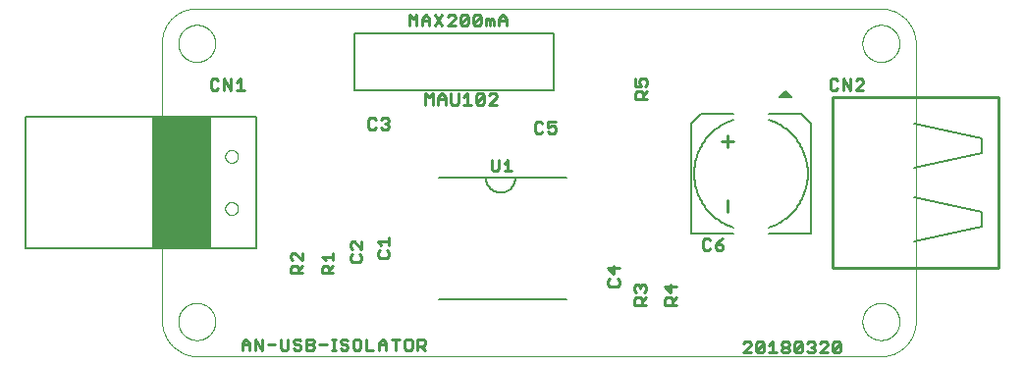
<source format=gto>
G75*
%MOIN*%
%OFA0B0*%
%FSLAX25Y25*%
%IPPOS*%
%LPD*%
%AMOC8*
5,1,8,0,0,1.08239X$1,22.5*
%
%ADD10C,0.00000*%
%ADD11C,0.00900*%
%ADD12C,0.00800*%
%ADD13C,0.01000*%
%ADD14C,0.00500*%
%ADD15C,0.00600*%
%ADD16R,0.20000X0.45000*%
D10*
X0047707Y0015186D02*
X0047707Y0109674D01*
X0047720Y0109949D01*
X0047739Y0110225D01*
X0047765Y0110500D01*
X0047798Y0110774D01*
X0047837Y0111047D01*
X0047883Y0111319D01*
X0047936Y0111590D01*
X0047995Y0111860D01*
X0048061Y0112128D01*
X0048133Y0112395D01*
X0048211Y0112659D01*
X0048296Y0112922D01*
X0048387Y0113183D01*
X0048485Y0113441D01*
X0048588Y0113697D01*
X0048698Y0113950D01*
X0048814Y0114201D01*
X0048936Y0114448D01*
X0049064Y0114693D01*
X0049198Y0114934D01*
X0049337Y0115173D01*
X0049482Y0115407D01*
X0049633Y0115639D01*
X0049790Y0115866D01*
X0049951Y0116090D01*
X0050119Y0116309D01*
X0050291Y0116525D01*
X0050469Y0116736D01*
X0050652Y0116943D01*
X0050839Y0117146D01*
X0051032Y0117344D01*
X0051229Y0117537D01*
X0051431Y0117725D01*
X0051637Y0117909D01*
X0051848Y0118087D01*
X0052063Y0118260D01*
X0052282Y0118428D01*
X0052505Y0118591D01*
X0052732Y0118748D01*
X0052962Y0118900D01*
X0053197Y0119046D01*
X0053434Y0119186D01*
X0053675Y0119321D01*
X0053920Y0119450D01*
X0054167Y0119572D01*
X0054417Y0119689D01*
X0054670Y0119800D01*
X0054925Y0119904D01*
X0055183Y0120003D01*
X0055444Y0120095D01*
X0055706Y0120181D01*
X0055970Y0120260D01*
X0056237Y0120333D01*
X0056504Y0120400D01*
X0056774Y0120460D01*
X0057045Y0120513D01*
X0057317Y0120560D01*
X0057590Y0120601D01*
X0057864Y0120634D01*
X0058139Y0120661D01*
X0058414Y0120682D01*
X0058690Y0120696D01*
X0058966Y0120703D01*
X0059242Y0120703D01*
X0059518Y0120697D01*
X0059518Y0120698D02*
X0291801Y0120698D01*
X0285502Y0108887D02*
X0285504Y0109045D01*
X0285510Y0109203D01*
X0285520Y0109361D01*
X0285534Y0109519D01*
X0285552Y0109676D01*
X0285573Y0109833D01*
X0285599Y0109989D01*
X0285629Y0110145D01*
X0285662Y0110300D01*
X0285700Y0110453D01*
X0285741Y0110606D01*
X0285786Y0110758D01*
X0285835Y0110909D01*
X0285888Y0111058D01*
X0285944Y0111206D01*
X0286004Y0111352D01*
X0286068Y0111497D01*
X0286136Y0111640D01*
X0286207Y0111782D01*
X0286281Y0111922D01*
X0286359Y0112059D01*
X0286441Y0112195D01*
X0286525Y0112329D01*
X0286614Y0112460D01*
X0286705Y0112589D01*
X0286800Y0112716D01*
X0286897Y0112841D01*
X0286998Y0112963D01*
X0287102Y0113082D01*
X0287209Y0113199D01*
X0287319Y0113313D01*
X0287432Y0113424D01*
X0287547Y0113533D01*
X0287665Y0113638D01*
X0287786Y0113740D01*
X0287909Y0113840D01*
X0288035Y0113936D01*
X0288163Y0114029D01*
X0288293Y0114119D01*
X0288426Y0114205D01*
X0288561Y0114289D01*
X0288697Y0114368D01*
X0288836Y0114445D01*
X0288977Y0114517D01*
X0289119Y0114587D01*
X0289263Y0114652D01*
X0289409Y0114714D01*
X0289556Y0114772D01*
X0289705Y0114827D01*
X0289855Y0114878D01*
X0290006Y0114925D01*
X0290158Y0114968D01*
X0290311Y0115007D01*
X0290466Y0115043D01*
X0290621Y0115074D01*
X0290777Y0115102D01*
X0290933Y0115126D01*
X0291090Y0115146D01*
X0291248Y0115162D01*
X0291405Y0115174D01*
X0291564Y0115182D01*
X0291722Y0115186D01*
X0291880Y0115186D01*
X0292038Y0115182D01*
X0292197Y0115174D01*
X0292354Y0115162D01*
X0292512Y0115146D01*
X0292669Y0115126D01*
X0292825Y0115102D01*
X0292981Y0115074D01*
X0293136Y0115043D01*
X0293291Y0115007D01*
X0293444Y0114968D01*
X0293596Y0114925D01*
X0293747Y0114878D01*
X0293897Y0114827D01*
X0294046Y0114772D01*
X0294193Y0114714D01*
X0294339Y0114652D01*
X0294483Y0114587D01*
X0294625Y0114517D01*
X0294766Y0114445D01*
X0294905Y0114368D01*
X0295041Y0114289D01*
X0295176Y0114205D01*
X0295309Y0114119D01*
X0295439Y0114029D01*
X0295567Y0113936D01*
X0295693Y0113840D01*
X0295816Y0113740D01*
X0295937Y0113638D01*
X0296055Y0113533D01*
X0296170Y0113424D01*
X0296283Y0113313D01*
X0296393Y0113199D01*
X0296500Y0113082D01*
X0296604Y0112963D01*
X0296705Y0112841D01*
X0296802Y0112716D01*
X0296897Y0112589D01*
X0296988Y0112460D01*
X0297077Y0112329D01*
X0297161Y0112195D01*
X0297243Y0112059D01*
X0297321Y0111922D01*
X0297395Y0111782D01*
X0297466Y0111640D01*
X0297534Y0111497D01*
X0297598Y0111352D01*
X0297658Y0111206D01*
X0297714Y0111058D01*
X0297767Y0110909D01*
X0297816Y0110758D01*
X0297861Y0110606D01*
X0297902Y0110453D01*
X0297940Y0110300D01*
X0297973Y0110145D01*
X0298003Y0109989D01*
X0298029Y0109833D01*
X0298050Y0109676D01*
X0298068Y0109519D01*
X0298082Y0109361D01*
X0298092Y0109203D01*
X0298098Y0109045D01*
X0298100Y0108887D01*
X0298098Y0108729D01*
X0298092Y0108571D01*
X0298082Y0108413D01*
X0298068Y0108255D01*
X0298050Y0108098D01*
X0298029Y0107941D01*
X0298003Y0107785D01*
X0297973Y0107629D01*
X0297940Y0107474D01*
X0297902Y0107321D01*
X0297861Y0107168D01*
X0297816Y0107016D01*
X0297767Y0106865D01*
X0297714Y0106716D01*
X0297658Y0106568D01*
X0297598Y0106422D01*
X0297534Y0106277D01*
X0297466Y0106134D01*
X0297395Y0105992D01*
X0297321Y0105852D01*
X0297243Y0105715D01*
X0297161Y0105579D01*
X0297077Y0105445D01*
X0296988Y0105314D01*
X0296897Y0105185D01*
X0296802Y0105058D01*
X0296705Y0104933D01*
X0296604Y0104811D01*
X0296500Y0104692D01*
X0296393Y0104575D01*
X0296283Y0104461D01*
X0296170Y0104350D01*
X0296055Y0104241D01*
X0295937Y0104136D01*
X0295816Y0104034D01*
X0295693Y0103934D01*
X0295567Y0103838D01*
X0295439Y0103745D01*
X0295309Y0103655D01*
X0295176Y0103569D01*
X0295041Y0103485D01*
X0294905Y0103406D01*
X0294766Y0103329D01*
X0294625Y0103257D01*
X0294483Y0103187D01*
X0294339Y0103122D01*
X0294193Y0103060D01*
X0294046Y0103002D01*
X0293897Y0102947D01*
X0293747Y0102896D01*
X0293596Y0102849D01*
X0293444Y0102806D01*
X0293291Y0102767D01*
X0293136Y0102731D01*
X0292981Y0102700D01*
X0292825Y0102672D01*
X0292669Y0102648D01*
X0292512Y0102628D01*
X0292354Y0102612D01*
X0292197Y0102600D01*
X0292038Y0102592D01*
X0291880Y0102588D01*
X0291722Y0102588D01*
X0291564Y0102592D01*
X0291405Y0102600D01*
X0291248Y0102612D01*
X0291090Y0102628D01*
X0290933Y0102648D01*
X0290777Y0102672D01*
X0290621Y0102700D01*
X0290466Y0102731D01*
X0290311Y0102767D01*
X0290158Y0102806D01*
X0290006Y0102849D01*
X0289855Y0102896D01*
X0289705Y0102947D01*
X0289556Y0103002D01*
X0289409Y0103060D01*
X0289263Y0103122D01*
X0289119Y0103187D01*
X0288977Y0103257D01*
X0288836Y0103329D01*
X0288697Y0103406D01*
X0288561Y0103485D01*
X0288426Y0103569D01*
X0288293Y0103655D01*
X0288163Y0103745D01*
X0288035Y0103838D01*
X0287909Y0103934D01*
X0287786Y0104034D01*
X0287665Y0104136D01*
X0287547Y0104241D01*
X0287432Y0104350D01*
X0287319Y0104461D01*
X0287209Y0104575D01*
X0287102Y0104692D01*
X0286998Y0104811D01*
X0286897Y0104933D01*
X0286800Y0105058D01*
X0286705Y0105185D01*
X0286614Y0105314D01*
X0286525Y0105445D01*
X0286441Y0105579D01*
X0286359Y0105715D01*
X0286281Y0105852D01*
X0286207Y0105992D01*
X0286136Y0106134D01*
X0286068Y0106277D01*
X0286004Y0106422D01*
X0285944Y0106568D01*
X0285888Y0106716D01*
X0285835Y0106865D01*
X0285786Y0107016D01*
X0285741Y0107168D01*
X0285700Y0107321D01*
X0285662Y0107474D01*
X0285629Y0107629D01*
X0285599Y0107785D01*
X0285573Y0107941D01*
X0285552Y0108098D01*
X0285534Y0108255D01*
X0285520Y0108413D01*
X0285510Y0108571D01*
X0285504Y0108729D01*
X0285502Y0108887D01*
X0291801Y0120698D02*
X0292086Y0120695D01*
X0292372Y0120684D01*
X0292657Y0120667D01*
X0292941Y0120643D01*
X0293225Y0120612D01*
X0293508Y0120574D01*
X0293789Y0120529D01*
X0294070Y0120478D01*
X0294350Y0120420D01*
X0294628Y0120355D01*
X0294904Y0120283D01*
X0295178Y0120205D01*
X0295451Y0120120D01*
X0295721Y0120028D01*
X0295989Y0119930D01*
X0296255Y0119826D01*
X0296518Y0119715D01*
X0296778Y0119598D01*
X0297036Y0119475D01*
X0297290Y0119345D01*
X0297541Y0119209D01*
X0297789Y0119068D01*
X0298033Y0118920D01*
X0298274Y0118767D01*
X0298510Y0118607D01*
X0298743Y0118442D01*
X0298972Y0118272D01*
X0299197Y0118096D01*
X0299417Y0117914D01*
X0299633Y0117728D01*
X0299844Y0117536D01*
X0300051Y0117339D01*
X0300253Y0117137D01*
X0300450Y0116930D01*
X0300642Y0116719D01*
X0300828Y0116503D01*
X0301010Y0116283D01*
X0301186Y0116058D01*
X0301356Y0115829D01*
X0301521Y0115596D01*
X0301681Y0115360D01*
X0301834Y0115119D01*
X0301982Y0114875D01*
X0302123Y0114627D01*
X0302259Y0114376D01*
X0302389Y0114122D01*
X0302512Y0113864D01*
X0302629Y0113604D01*
X0302740Y0113341D01*
X0302844Y0113075D01*
X0302942Y0112807D01*
X0303034Y0112537D01*
X0303119Y0112264D01*
X0303197Y0111990D01*
X0303269Y0111714D01*
X0303334Y0111436D01*
X0303392Y0111156D01*
X0303443Y0110875D01*
X0303488Y0110594D01*
X0303526Y0110311D01*
X0303557Y0110027D01*
X0303581Y0109743D01*
X0303598Y0109458D01*
X0303609Y0109172D01*
X0303612Y0108887D01*
X0303612Y0014398D01*
X0285502Y0014398D02*
X0285504Y0014556D01*
X0285510Y0014714D01*
X0285520Y0014872D01*
X0285534Y0015030D01*
X0285552Y0015187D01*
X0285573Y0015344D01*
X0285599Y0015500D01*
X0285629Y0015656D01*
X0285662Y0015811D01*
X0285700Y0015964D01*
X0285741Y0016117D01*
X0285786Y0016269D01*
X0285835Y0016420D01*
X0285888Y0016569D01*
X0285944Y0016717D01*
X0286004Y0016863D01*
X0286068Y0017008D01*
X0286136Y0017151D01*
X0286207Y0017293D01*
X0286281Y0017433D01*
X0286359Y0017570D01*
X0286441Y0017706D01*
X0286525Y0017840D01*
X0286614Y0017971D01*
X0286705Y0018100D01*
X0286800Y0018227D01*
X0286897Y0018352D01*
X0286998Y0018474D01*
X0287102Y0018593D01*
X0287209Y0018710D01*
X0287319Y0018824D01*
X0287432Y0018935D01*
X0287547Y0019044D01*
X0287665Y0019149D01*
X0287786Y0019251D01*
X0287909Y0019351D01*
X0288035Y0019447D01*
X0288163Y0019540D01*
X0288293Y0019630D01*
X0288426Y0019716D01*
X0288561Y0019800D01*
X0288697Y0019879D01*
X0288836Y0019956D01*
X0288977Y0020028D01*
X0289119Y0020098D01*
X0289263Y0020163D01*
X0289409Y0020225D01*
X0289556Y0020283D01*
X0289705Y0020338D01*
X0289855Y0020389D01*
X0290006Y0020436D01*
X0290158Y0020479D01*
X0290311Y0020518D01*
X0290466Y0020554D01*
X0290621Y0020585D01*
X0290777Y0020613D01*
X0290933Y0020637D01*
X0291090Y0020657D01*
X0291248Y0020673D01*
X0291405Y0020685D01*
X0291564Y0020693D01*
X0291722Y0020697D01*
X0291880Y0020697D01*
X0292038Y0020693D01*
X0292197Y0020685D01*
X0292354Y0020673D01*
X0292512Y0020657D01*
X0292669Y0020637D01*
X0292825Y0020613D01*
X0292981Y0020585D01*
X0293136Y0020554D01*
X0293291Y0020518D01*
X0293444Y0020479D01*
X0293596Y0020436D01*
X0293747Y0020389D01*
X0293897Y0020338D01*
X0294046Y0020283D01*
X0294193Y0020225D01*
X0294339Y0020163D01*
X0294483Y0020098D01*
X0294625Y0020028D01*
X0294766Y0019956D01*
X0294905Y0019879D01*
X0295041Y0019800D01*
X0295176Y0019716D01*
X0295309Y0019630D01*
X0295439Y0019540D01*
X0295567Y0019447D01*
X0295693Y0019351D01*
X0295816Y0019251D01*
X0295937Y0019149D01*
X0296055Y0019044D01*
X0296170Y0018935D01*
X0296283Y0018824D01*
X0296393Y0018710D01*
X0296500Y0018593D01*
X0296604Y0018474D01*
X0296705Y0018352D01*
X0296802Y0018227D01*
X0296897Y0018100D01*
X0296988Y0017971D01*
X0297077Y0017840D01*
X0297161Y0017706D01*
X0297243Y0017570D01*
X0297321Y0017433D01*
X0297395Y0017293D01*
X0297466Y0017151D01*
X0297534Y0017008D01*
X0297598Y0016863D01*
X0297658Y0016717D01*
X0297714Y0016569D01*
X0297767Y0016420D01*
X0297816Y0016269D01*
X0297861Y0016117D01*
X0297902Y0015964D01*
X0297940Y0015811D01*
X0297973Y0015656D01*
X0298003Y0015500D01*
X0298029Y0015344D01*
X0298050Y0015187D01*
X0298068Y0015030D01*
X0298082Y0014872D01*
X0298092Y0014714D01*
X0298098Y0014556D01*
X0298100Y0014398D01*
X0298098Y0014240D01*
X0298092Y0014082D01*
X0298082Y0013924D01*
X0298068Y0013766D01*
X0298050Y0013609D01*
X0298029Y0013452D01*
X0298003Y0013296D01*
X0297973Y0013140D01*
X0297940Y0012985D01*
X0297902Y0012832D01*
X0297861Y0012679D01*
X0297816Y0012527D01*
X0297767Y0012376D01*
X0297714Y0012227D01*
X0297658Y0012079D01*
X0297598Y0011933D01*
X0297534Y0011788D01*
X0297466Y0011645D01*
X0297395Y0011503D01*
X0297321Y0011363D01*
X0297243Y0011226D01*
X0297161Y0011090D01*
X0297077Y0010956D01*
X0296988Y0010825D01*
X0296897Y0010696D01*
X0296802Y0010569D01*
X0296705Y0010444D01*
X0296604Y0010322D01*
X0296500Y0010203D01*
X0296393Y0010086D01*
X0296283Y0009972D01*
X0296170Y0009861D01*
X0296055Y0009752D01*
X0295937Y0009647D01*
X0295816Y0009545D01*
X0295693Y0009445D01*
X0295567Y0009349D01*
X0295439Y0009256D01*
X0295309Y0009166D01*
X0295176Y0009080D01*
X0295041Y0008996D01*
X0294905Y0008917D01*
X0294766Y0008840D01*
X0294625Y0008768D01*
X0294483Y0008698D01*
X0294339Y0008633D01*
X0294193Y0008571D01*
X0294046Y0008513D01*
X0293897Y0008458D01*
X0293747Y0008407D01*
X0293596Y0008360D01*
X0293444Y0008317D01*
X0293291Y0008278D01*
X0293136Y0008242D01*
X0292981Y0008211D01*
X0292825Y0008183D01*
X0292669Y0008159D01*
X0292512Y0008139D01*
X0292354Y0008123D01*
X0292197Y0008111D01*
X0292038Y0008103D01*
X0291880Y0008099D01*
X0291722Y0008099D01*
X0291564Y0008103D01*
X0291405Y0008111D01*
X0291248Y0008123D01*
X0291090Y0008139D01*
X0290933Y0008159D01*
X0290777Y0008183D01*
X0290621Y0008211D01*
X0290466Y0008242D01*
X0290311Y0008278D01*
X0290158Y0008317D01*
X0290006Y0008360D01*
X0289855Y0008407D01*
X0289705Y0008458D01*
X0289556Y0008513D01*
X0289409Y0008571D01*
X0289263Y0008633D01*
X0289119Y0008698D01*
X0288977Y0008768D01*
X0288836Y0008840D01*
X0288697Y0008917D01*
X0288561Y0008996D01*
X0288426Y0009080D01*
X0288293Y0009166D01*
X0288163Y0009256D01*
X0288035Y0009349D01*
X0287909Y0009445D01*
X0287786Y0009545D01*
X0287665Y0009647D01*
X0287547Y0009752D01*
X0287432Y0009861D01*
X0287319Y0009972D01*
X0287209Y0010086D01*
X0287102Y0010203D01*
X0286998Y0010322D01*
X0286897Y0010444D01*
X0286800Y0010569D01*
X0286705Y0010696D01*
X0286614Y0010825D01*
X0286525Y0010956D01*
X0286441Y0011090D01*
X0286359Y0011226D01*
X0286281Y0011363D01*
X0286207Y0011503D01*
X0286136Y0011645D01*
X0286068Y0011788D01*
X0286004Y0011933D01*
X0285944Y0012079D01*
X0285888Y0012227D01*
X0285835Y0012376D01*
X0285786Y0012527D01*
X0285741Y0012679D01*
X0285700Y0012832D01*
X0285662Y0012985D01*
X0285629Y0013140D01*
X0285599Y0013296D01*
X0285573Y0013452D01*
X0285552Y0013609D01*
X0285534Y0013766D01*
X0285520Y0013924D01*
X0285510Y0014082D01*
X0285504Y0014240D01*
X0285502Y0014398D01*
X0291801Y0002587D02*
X0292086Y0002590D01*
X0292372Y0002601D01*
X0292657Y0002618D01*
X0292941Y0002642D01*
X0293225Y0002673D01*
X0293508Y0002711D01*
X0293789Y0002756D01*
X0294070Y0002807D01*
X0294350Y0002865D01*
X0294628Y0002930D01*
X0294904Y0003002D01*
X0295178Y0003080D01*
X0295451Y0003165D01*
X0295721Y0003257D01*
X0295989Y0003355D01*
X0296255Y0003459D01*
X0296518Y0003570D01*
X0296778Y0003687D01*
X0297036Y0003810D01*
X0297290Y0003940D01*
X0297541Y0004076D01*
X0297789Y0004217D01*
X0298033Y0004365D01*
X0298274Y0004518D01*
X0298510Y0004678D01*
X0298743Y0004843D01*
X0298972Y0005013D01*
X0299197Y0005189D01*
X0299417Y0005371D01*
X0299633Y0005557D01*
X0299844Y0005749D01*
X0300051Y0005946D01*
X0300253Y0006148D01*
X0300450Y0006355D01*
X0300642Y0006566D01*
X0300828Y0006782D01*
X0301010Y0007002D01*
X0301186Y0007227D01*
X0301356Y0007456D01*
X0301521Y0007689D01*
X0301681Y0007925D01*
X0301834Y0008166D01*
X0301982Y0008410D01*
X0302123Y0008658D01*
X0302259Y0008909D01*
X0302389Y0009163D01*
X0302512Y0009421D01*
X0302629Y0009681D01*
X0302740Y0009944D01*
X0302844Y0010210D01*
X0302942Y0010478D01*
X0303034Y0010748D01*
X0303119Y0011021D01*
X0303197Y0011295D01*
X0303269Y0011571D01*
X0303334Y0011849D01*
X0303392Y0012129D01*
X0303443Y0012410D01*
X0303488Y0012691D01*
X0303526Y0012974D01*
X0303557Y0013258D01*
X0303581Y0013542D01*
X0303598Y0013827D01*
X0303609Y0014113D01*
X0303612Y0014398D01*
X0291801Y0002587D02*
X0059518Y0002587D01*
X0053219Y0014398D02*
X0053221Y0014556D01*
X0053227Y0014714D01*
X0053237Y0014872D01*
X0053251Y0015030D01*
X0053269Y0015187D01*
X0053290Y0015344D01*
X0053316Y0015500D01*
X0053346Y0015656D01*
X0053379Y0015811D01*
X0053417Y0015964D01*
X0053458Y0016117D01*
X0053503Y0016269D01*
X0053552Y0016420D01*
X0053605Y0016569D01*
X0053661Y0016717D01*
X0053721Y0016863D01*
X0053785Y0017008D01*
X0053853Y0017151D01*
X0053924Y0017293D01*
X0053998Y0017433D01*
X0054076Y0017570D01*
X0054158Y0017706D01*
X0054242Y0017840D01*
X0054331Y0017971D01*
X0054422Y0018100D01*
X0054517Y0018227D01*
X0054614Y0018352D01*
X0054715Y0018474D01*
X0054819Y0018593D01*
X0054926Y0018710D01*
X0055036Y0018824D01*
X0055149Y0018935D01*
X0055264Y0019044D01*
X0055382Y0019149D01*
X0055503Y0019251D01*
X0055626Y0019351D01*
X0055752Y0019447D01*
X0055880Y0019540D01*
X0056010Y0019630D01*
X0056143Y0019716D01*
X0056278Y0019800D01*
X0056414Y0019879D01*
X0056553Y0019956D01*
X0056694Y0020028D01*
X0056836Y0020098D01*
X0056980Y0020163D01*
X0057126Y0020225D01*
X0057273Y0020283D01*
X0057422Y0020338D01*
X0057572Y0020389D01*
X0057723Y0020436D01*
X0057875Y0020479D01*
X0058028Y0020518D01*
X0058183Y0020554D01*
X0058338Y0020585D01*
X0058494Y0020613D01*
X0058650Y0020637D01*
X0058807Y0020657D01*
X0058965Y0020673D01*
X0059122Y0020685D01*
X0059281Y0020693D01*
X0059439Y0020697D01*
X0059597Y0020697D01*
X0059755Y0020693D01*
X0059914Y0020685D01*
X0060071Y0020673D01*
X0060229Y0020657D01*
X0060386Y0020637D01*
X0060542Y0020613D01*
X0060698Y0020585D01*
X0060853Y0020554D01*
X0061008Y0020518D01*
X0061161Y0020479D01*
X0061313Y0020436D01*
X0061464Y0020389D01*
X0061614Y0020338D01*
X0061763Y0020283D01*
X0061910Y0020225D01*
X0062056Y0020163D01*
X0062200Y0020098D01*
X0062342Y0020028D01*
X0062483Y0019956D01*
X0062622Y0019879D01*
X0062758Y0019800D01*
X0062893Y0019716D01*
X0063026Y0019630D01*
X0063156Y0019540D01*
X0063284Y0019447D01*
X0063410Y0019351D01*
X0063533Y0019251D01*
X0063654Y0019149D01*
X0063772Y0019044D01*
X0063887Y0018935D01*
X0064000Y0018824D01*
X0064110Y0018710D01*
X0064217Y0018593D01*
X0064321Y0018474D01*
X0064422Y0018352D01*
X0064519Y0018227D01*
X0064614Y0018100D01*
X0064705Y0017971D01*
X0064794Y0017840D01*
X0064878Y0017706D01*
X0064960Y0017570D01*
X0065038Y0017433D01*
X0065112Y0017293D01*
X0065183Y0017151D01*
X0065251Y0017008D01*
X0065315Y0016863D01*
X0065375Y0016717D01*
X0065431Y0016569D01*
X0065484Y0016420D01*
X0065533Y0016269D01*
X0065578Y0016117D01*
X0065619Y0015964D01*
X0065657Y0015811D01*
X0065690Y0015656D01*
X0065720Y0015500D01*
X0065746Y0015344D01*
X0065767Y0015187D01*
X0065785Y0015030D01*
X0065799Y0014872D01*
X0065809Y0014714D01*
X0065815Y0014556D01*
X0065817Y0014398D01*
X0065815Y0014240D01*
X0065809Y0014082D01*
X0065799Y0013924D01*
X0065785Y0013766D01*
X0065767Y0013609D01*
X0065746Y0013452D01*
X0065720Y0013296D01*
X0065690Y0013140D01*
X0065657Y0012985D01*
X0065619Y0012832D01*
X0065578Y0012679D01*
X0065533Y0012527D01*
X0065484Y0012376D01*
X0065431Y0012227D01*
X0065375Y0012079D01*
X0065315Y0011933D01*
X0065251Y0011788D01*
X0065183Y0011645D01*
X0065112Y0011503D01*
X0065038Y0011363D01*
X0064960Y0011226D01*
X0064878Y0011090D01*
X0064794Y0010956D01*
X0064705Y0010825D01*
X0064614Y0010696D01*
X0064519Y0010569D01*
X0064422Y0010444D01*
X0064321Y0010322D01*
X0064217Y0010203D01*
X0064110Y0010086D01*
X0064000Y0009972D01*
X0063887Y0009861D01*
X0063772Y0009752D01*
X0063654Y0009647D01*
X0063533Y0009545D01*
X0063410Y0009445D01*
X0063284Y0009349D01*
X0063156Y0009256D01*
X0063026Y0009166D01*
X0062893Y0009080D01*
X0062758Y0008996D01*
X0062622Y0008917D01*
X0062483Y0008840D01*
X0062342Y0008768D01*
X0062200Y0008698D01*
X0062056Y0008633D01*
X0061910Y0008571D01*
X0061763Y0008513D01*
X0061614Y0008458D01*
X0061464Y0008407D01*
X0061313Y0008360D01*
X0061161Y0008317D01*
X0061008Y0008278D01*
X0060853Y0008242D01*
X0060698Y0008211D01*
X0060542Y0008183D01*
X0060386Y0008159D01*
X0060229Y0008139D01*
X0060071Y0008123D01*
X0059914Y0008111D01*
X0059755Y0008103D01*
X0059597Y0008099D01*
X0059439Y0008099D01*
X0059281Y0008103D01*
X0059122Y0008111D01*
X0058965Y0008123D01*
X0058807Y0008139D01*
X0058650Y0008159D01*
X0058494Y0008183D01*
X0058338Y0008211D01*
X0058183Y0008242D01*
X0058028Y0008278D01*
X0057875Y0008317D01*
X0057723Y0008360D01*
X0057572Y0008407D01*
X0057422Y0008458D01*
X0057273Y0008513D01*
X0057126Y0008571D01*
X0056980Y0008633D01*
X0056836Y0008698D01*
X0056694Y0008768D01*
X0056553Y0008840D01*
X0056414Y0008917D01*
X0056278Y0008996D01*
X0056143Y0009080D01*
X0056010Y0009166D01*
X0055880Y0009256D01*
X0055752Y0009349D01*
X0055626Y0009445D01*
X0055503Y0009545D01*
X0055382Y0009647D01*
X0055264Y0009752D01*
X0055149Y0009861D01*
X0055036Y0009972D01*
X0054926Y0010086D01*
X0054819Y0010203D01*
X0054715Y0010322D01*
X0054614Y0010444D01*
X0054517Y0010569D01*
X0054422Y0010696D01*
X0054331Y0010825D01*
X0054242Y0010956D01*
X0054158Y0011090D01*
X0054076Y0011226D01*
X0053998Y0011363D01*
X0053924Y0011503D01*
X0053853Y0011645D01*
X0053785Y0011788D01*
X0053721Y0011933D01*
X0053661Y0012079D01*
X0053605Y0012227D01*
X0053552Y0012376D01*
X0053503Y0012527D01*
X0053458Y0012679D01*
X0053417Y0012832D01*
X0053379Y0012985D01*
X0053346Y0013140D01*
X0053316Y0013296D01*
X0053290Y0013452D01*
X0053269Y0013609D01*
X0053251Y0013766D01*
X0053237Y0013924D01*
X0053227Y0014082D01*
X0053221Y0014240D01*
X0053219Y0014398D01*
X0047706Y0015186D02*
X0047700Y0014891D01*
X0047702Y0014596D01*
X0047710Y0014301D01*
X0047725Y0014006D01*
X0047748Y0013712D01*
X0047778Y0013418D01*
X0047814Y0013125D01*
X0047858Y0012834D01*
X0047909Y0012543D01*
X0047967Y0012253D01*
X0048032Y0011966D01*
X0048103Y0011679D01*
X0048182Y0011395D01*
X0048268Y0011113D01*
X0048360Y0010832D01*
X0048459Y0010554D01*
X0048565Y0010279D01*
X0048677Y0010006D01*
X0048796Y0009736D01*
X0048921Y0009469D01*
X0049053Y0009205D01*
X0049191Y0008944D01*
X0049336Y0008687D01*
X0049486Y0008433D01*
X0049643Y0008183D01*
X0049806Y0007937D01*
X0049974Y0007695D01*
X0050149Y0007457D01*
X0050329Y0007223D01*
X0050515Y0006994D01*
X0050706Y0006769D01*
X0050902Y0006549D01*
X0051104Y0006333D01*
X0051311Y0006123D01*
X0051523Y0005918D01*
X0051740Y0005718D01*
X0051962Y0005523D01*
X0052188Y0005333D01*
X0052419Y0005150D01*
X0052654Y0004971D01*
X0052893Y0004799D01*
X0053137Y0004632D01*
X0053384Y0004472D01*
X0053636Y0004317D01*
X0053891Y0004168D01*
X0054149Y0004026D01*
X0054411Y0003890D01*
X0054676Y0003760D01*
X0054944Y0003637D01*
X0055215Y0003520D01*
X0055489Y0003410D01*
X0055765Y0003306D01*
X0056044Y0003210D01*
X0056325Y0003119D01*
X0056608Y0003036D01*
X0056893Y0002960D01*
X0057180Y0002890D01*
X0057468Y0002828D01*
X0057758Y0002772D01*
X0058049Y0002724D01*
X0058341Y0002682D01*
X0058634Y0002648D01*
X0058928Y0002621D01*
X0059223Y0002600D01*
X0059517Y0002587D01*
X0069164Y0052784D02*
X0069166Y0052877D01*
X0069172Y0052969D01*
X0069182Y0053061D01*
X0069196Y0053152D01*
X0069213Y0053243D01*
X0069235Y0053333D01*
X0069260Y0053422D01*
X0069289Y0053510D01*
X0069322Y0053596D01*
X0069359Y0053681D01*
X0069399Y0053765D01*
X0069443Y0053846D01*
X0069490Y0053926D01*
X0069540Y0054004D01*
X0069594Y0054079D01*
X0069651Y0054152D01*
X0069711Y0054222D01*
X0069774Y0054290D01*
X0069840Y0054355D01*
X0069908Y0054417D01*
X0069979Y0054477D01*
X0070053Y0054533D01*
X0070129Y0054586D01*
X0070207Y0054635D01*
X0070287Y0054682D01*
X0070369Y0054724D01*
X0070453Y0054764D01*
X0070538Y0054799D01*
X0070625Y0054831D01*
X0070713Y0054860D01*
X0070802Y0054884D01*
X0070892Y0054905D01*
X0070983Y0054921D01*
X0071075Y0054934D01*
X0071167Y0054943D01*
X0071260Y0054948D01*
X0071352Y0054949D01*
X0071445Y0054946D01*
X0071537Y0054939D01*
X0071629Y0054928D01*
X0071720Y0054913D01*
X0071811Y0054895D01*
X0071901Y0054872D01*
X0071989Y0054846D01*
X0072077Y0054816D01*
X0072163Y0054782D01*
X0072247Y0054745D01*
X0072330Y0054703D01*
X0072411Y0054659D01*
X0072491Y0054611D01*
X0072568Y0054560D01*
X0072642Y0054505D01*
X0072715Y0054447D01*
X0072785Y0054387D01*
X0072852Y0054323D01*
X0072916Y0054257D01*
X0072978Y0054187D01*
X0073036Y0054116D01*
X0073091Y0054042D01*
X0073143Y0053965D01*
X0073192Y0053886D01*
X0073238Y0053806D01*
X0073280Y0053723D01*
X0073318Y0053639D01*
X0073353Y0053553D01*
X0073384Y0053466D01*
X0073411Y0053378D01*
X0073434Y0053288D01*
X0073454Y0053198D01*
X0073470Y0053107D01*
X0073482Y0053015D01*
X0073490Y0052923D01*
X0073494Y0052830D01*
X0073494Y0052738D01*
X0073490Y0052645D01*
X0073482Y0052553D01*
X0073470Y0052461D01*
X0073454Y0052370D01*
X0073434Y0052280D01*
X0073411Y0052190D01*
X0073384Y0052102D01*
X0073353Y0052015D01*
X0073318Y0051929D01*
X0073280Y0051845D01*
X0073238Y0051762D01*
X0073192Y0051682D01*
X0073143Y0051603D01*
X0073091Y0051526D01*
X0073036Y0051452D01*
X0072978Y0051381D01*
X0072916Y0051311D01*
X0072852Y0051245D01*
X0072785Y0051181D01*
X0072715Y0051121D01*
X0072642Y0051063D01*
X0072568Y0051008D01*
X0072491Y0050957D01*
X0072412Y0050909D01*
X0072330Y0050865D01*
X0072247Y0050823D01*
X0072163Y0050786D01*
X0072077Y0050752D01*
X0071989Y0050722D01*
X0071901Y0050696D01*
X0071811Y0050673D01*
X0071720Y0050655D01*
X0071629Y0050640D01*
X0071537Y0050629D01*
X0071445Y0050622D01*
X0071352Y0050619D01*
X0071260Y0050620D01*
X0071167Y0050625D01*
X0071075Y0050634D01*
X0070983Y0050647D01*
X0070892Y0050663D01*
X0070802Y0050684D01*
X0070713Y0050708D01*
X0070625Y0050737D01*
X0070538Y0050769D01*
X0070453Y0050804D01*
X0070369Y0050844D01*
X0070287Y0050886D01*
X0070207Y0050933D01*
X0070129Y0050982D01*
X0070053Y0051035D01*
X0069979Y0051091D01*
X0069908Y0051151D01*
X0069840Y0051213D01*
X0069774Y0051278D01*
X0069711Y0051346D01*
X0069651Y0051416D01*
X0069594Y0051489D01*
X0069540Y0051564D01*
X0069490Y0051642D01*
X0069443Y0051722D01*
X0069399Y0051803D01*
X0069359Y0051887D01*
X0069322Y0051972D01*
X0069289Y0052058D01*
X0069260Y0052146D01*
X0069235Y0052235D01*
X0069213Y0052325D01*
X0069196Y0052416D01*
X0069182Y0052507D01*
X0069172Y0052599D01*
X0069166Y0052691D01*
X0069164Y0052784D01*
X0069164Y0070501D02*
X0069166Y0070594D01*
X0069172Y0070686D01*
X0069182Y0070778D01*
X0069196Y0070869D01*
X0069213Y0070960D01*
X0069235Y0071050D01*
X0069260Y0071139D01*
X0069289Y0071227D01*
X0069322Y0071313D01*
X0069359Y0071398D01*
X0069399Y0071482D01*
X0069443Y0071563D01*
X0069490Y0071643D01*
X0069540Y0071721D01*
X0069594Y0071796D01*
X0069651Y0071869D01*
X0069711Y0071939D01*
X0069774Y0072007D01*
X0069840Y0072072D01*
X0069908Y0072134D01*
X0069979Y0072194D01*
X0070053Y0072250D01*
X0070129Y0072303D01*
X0070207Y0072352D01*
X0070287Y0072399D01*
X0070369Y0072441D01*
X0070453Y0072481D01*
X0070538Y0072516D01*
X0070625Y0072548D01*
X0070713Y0072577D01*
X0070802Y0072601D01*
X0070892Y0072622D01*
X0070983Y0072638D01*
X0071075Y0072651D01*
X0071167Y0072660D01*
X0071260Y0072665D01*
X0071352Y0072666D01*
X0071445Y0072663D01*
X0071537Y0072656D01*
X0071629Y0072645D01*
X0071720Y0072630D01*
X0071811Y0072612D01*
X0071901Y0072589D01*
X0071989Y0072563D01*
X0072077Y0072533D01*
X0072163Y0072499D01*
X0072247Y0072462D01*
X0072330Y0072420D01*
X0072411Y0072376D01*
X0072491Y0072328D01*
X0072568Y0072277D01*
X0072642Y0072222D01*
X0072715Y0072164D01*
X0072785Y0072104D01*
X0072852Y0072040D01*
X0072916Y0071974D01*
X0072978Y0071904D01*
X0073036Y0071833D01*
X0073091Y0071759D01*
X0073143Y0071682D01*
X0073192Y0071603D01*
X0073238Y0071523D01*
X0073280Y0071440D01*
X0073318Y0071356D01*
X0073353Y0071270D01*
X0073384Y0071183D01*
X0073411Y0071095D01*
X0073434Y0071005D01*
X0073454Y0070915D01*
X0073470Y0070824D01*
X0073482Y0070732D01*
X0073490Y0070640D01*
X0073494Y0070547D01*
X0073494Y0070455D01*
X0073490Y0070362D01*
X0073482Y0070270D01*
X0073470Y0070178D01*
X0073454Y0070087D01*
X0073434Y0069997D01*
X0073411Y0069907D01*
X0073384Y0069819D01*
X0073353Y0069732D01*
X0073318Y0069646D01*
X0073280Y0069562D01*
X0073238Y0069479D01*
X0073192Y0069399D01*
X0073143Y0069320D01*
X0073091Y0069243D01*
X0073036Y0069169D01*
X0072978Y0069098D01*
X0072916Y0069028D01*
X0072852Y0068962D01*
X0072785Y0068898D01*
X0072715Y0068838D01*
X0072642Y0068780D01*
X0072568Y0068725D01*
X0072491Y0068674D01*
X0072412Y0068626D01*
X0072330Y0068582D01*
X0072247Y0068540D01*
X0072163Y0068503D01*
X0072077Y0068469D01*
X0071989Y0068439D01*
X0071901Y0068413D01*
X0071811Y0068390D01*
X0071720Y0068372D01*
X0071629Y0068357D01*
X0071537Y0068346D01*
X0071445Y0068339D01*
X0071352Y0068336D01*
X0071260Y0068337D01*
X0071167Y0068342D01*
X0071075Y0068351D01*
X0070983Y0068364D01*
X0070892Y0068380D01*
X0070802Y0068401D01*
X0070713Y0068425D01*
X0070625Y0068454D01*
X0070538Y0068486D01*
X0070453Y0068521D01*
X0070369Y0068561D01*
X0070287Y0068603D01*
X0070207Y0068650D01*
X0070129Y0068699D01*
X0070053Y0068752D01*
X0069979Y0068808D01*
X0069908Y0068868D01*
X0069840Y0068930D01*
X0069774Y0068995D01*
X0069711Y0069063D01*
X0069651Y0069133D01*
X0069594Y0069206D01*
X0069540Y0069281D01*
X0069490Y0069359D01*
X0069443Y0069439D01*
X0069399Y0069520D01*
X0069359Y0069604D01*
X0069322Y0069689D01*
X0069289Y0069775D01*
X0069260Y0069863D01*
X0069235Y0069952D01*
X0069213Y0070042D01*
X0069196Y0070133D01*
X0069182Y0070224D01*
X0069172Y0070316D01*
X0069166Y0070408D01*
X0069164Y0070501D01*
X0053219Y0108887D02*
X0053221Y0109045D01*
X0053227Y0109203D01*
X0053237Y0109361D01*
X0053251Y0109519D01*
X0053269Y0109676D01*
X0053290Y0109833D01*
X0053316Y0109989D01*
X0053346Y0110145D01*
X0053379Y0110300D01*
X0053417Y0110453D01*
X0053458Y0110606D01*
X0053503Y0110758D01*
X0053552Y0110909D01*
X0053605Y0111058D01*
X0053661Y0111206D01*
X0053721Y0111352D01*
X0053785Y0111497D01*
X0053853Y0111640D01*
X0053924Y0111782D01*
X0053998Y0111922D01*
X0054076Y0112059D01*
X0054158Y0112195D01*
X0054242Y0112329D01*
X0054331Y0112460D01*
X0054422Y0112589D01*
X0054517Y0112716D01*
X0054614Y0112841D01*
X0054715Y0112963D01*
X0054819Y0113082D01*
X0054926Y0113199D01*
X0055036Y0113313D01*
X0055149Y0113424D01*
X0055264Y0113533D01*
X0055382Y0113638D01*
X0055503Y0113740D01*
X0055626Y0113840D01*
X0055752Y0113936D01*
X0055880Y0114029D01*
X0056010Y0114119D01*
X0056143Y0114205D01*
X0056278Y0114289D01*
X0056414Y0114368D01*
X0056553Y0114445D01*
X0056694Y0114517D01*
X0056836Y0114587D01*
X0056980Y0114652D01*
X0057126Y0114714D01*
X0057273Y0114772D01*
X0057422Y0114827D01*
X0057572Y0114878D01*
X0057723Y0114925D01*
X0057875Y0114968D01*
X0058028Y0115007D01*
X0058183Y0115043D01*
X0058338Y0115074D01*
X0058494Y0115102D01*
X0058650Y0115126D01*
X0058807Y0115146D01*
X0058965Y0115162D01*
X0059122Y0115174D01*
X0059281Y0115182D01*
X0059439Y0115186D01*
X0059597Y0115186D01*
X0059755Y0115182D01*
X0059914Y0115174D01*
X0060071Y0115162D01*
X0060229Y0115146D01*
X0060386Y0115126D01*
X0060542Y0115102D01*
X0060698Y0115074D01*
X0060853Y0115043D01*
X0061008Y0115007D01*
X0061161Y0114968D01*
X0061313Y0114925D01*
X0061464Y0114878D01*
X0061614Y0114827D01*
X0061763Y0114772D01*
X0061910Y0114714D01*
X0062056Y0114652D01*
X0062200Y0114587D01*
X0062342Y0114517D01*
X0062483Y0114445D01*
X0062622Y0114368D01*
X0062758Y0114289D01*
X0062893Y0114205D01*
X0063026Y0114119D01*
X0063156Y0114029D01*
X0063284Y0113936D01*
X0063410Y0113840D01*
X0063533Y0113740D01*
X0063654Y0113638D01*
X0063772Y0113533D01*
X0063887Y0113424D01*
X0064000Y0113313D01*
X0064110Y0113199D01*
X0064217Y0113082D01*
X0064321Y0112963D01*
X0064422Y0112841D01*
X0064519Y0112716D01*
X0064614Y0112589D01*
X0064705Y0112460D01*
X0064794Y0112329D01*
X0064878Y0112195D01*
X0064960Y0112059D01*
X0065038Y0111922D01*
X0065112Y0111782D01*
X0065183Y0111640D01*
X0065251Y0111497D01*
X0065315Y0111352D01*
X0065375Y0111206D01*
X0065431Y0111058D01*
X0065484Y0110909D01*
X0065533Y0110758D01*
X0065578Y0110606D01*
X0065619Y0110453D01*
X0065657Y0110300D01*
X0065690Y0110145D01*
X0065720Y0109989D01*
X0065746Y0109833D01*
X0065767Y0109676D01*
X0065785Y0109519D01*
X0065799Y0109361D01*
X0065809Y0109203D01*
X0065815Y0109045D01*
X0065817Y0108887D01*
X0065815Y0108729D01*
X0065809Y0108571D01*
X0065799Y0108413D01*
X0065785Y0108255D01*
X0065767Y0108098D01*
X0065746Y0107941D01*
X0065720Y0107785D01*
X0065690Y0107629D01*
X0065657Y0107474D01*
X0065619Y0107321D01*
X0065578Y0107168D01*
X0065533Y0107016D01*
X0065484Y0106865D01*
X0065431Y0106716D01*
X0065375Y0106568D01*
X0065315Y0106422D01*
X0065251Y0106277D01*
X0065183Y0106134D01*
X0065112Y0105992D01*
X0065038Y0105852D01*
X0064960Y0105715D01*
X0064878Y0105579D01*
X0064794Y0105445D01*
X0064705Y0105314D01*
X0064614Y0105185D01*
X0064519Y0105058D01*
X0064422Y0104933D01*
X0064321Y0104811D01*
X0064217Y0104692D01*
X0064110Y0104575D01*
X0064000Y0104461D01*
X0063887Y0104350D01*
X0063772Y0104241D01*
X0063654Y0104136D01*
X0063533Y0104034D01*
X0063410Y0103934D01*
X0063284Y0103838D01*
X0063156Y0103745D01*
X0063026Y0103655D01*
X0062893Y0103569D01*
X0062758Y0103485D01*
X0062622Y0103406D01*
X0062483Y0103329D01*
X0062342Y0103257D01*
X0062200Y0103187D01*
X0062056Y0103122D01*
X0061910Y0103060D01*
X0061763Y0103002D01*
X0061614Y0102947D01*
X0061464Y0102896D01*
X0061313Y0102849D01*
X0061161Y0102806D01*
X0061008Y0102767D01*
X0060853Y0102731D01*
X0060698Y0102700D01*
X0060542Y0102672D01*
X0060386Y0102648D01*
X0060229Y0102628D01*
X0060071Y0102612D01*
X0059914Y0102600D01*
X0059755Y0102592D01*
X0059597Y0102588D01*
X0059439Y0102588D01*
X0059281Y0102592D01*
X0059122Y0102600D01*
X0058965Y0102612D01*
X0058807Y0102628D01*
X0058650Y0102648D01*
X0058494Y0102672D01*
X0058338Y0102700D01*
X0058183Y0102731D01*
X0058028Y0102767D01*
X0057875Y0102806D01*
X0057723Y0102849D01*
X0057572Y0102896D01*
X0057422Y0102947D01*
X0057273Y0103002D01*
X0057126Y0103060D01*
X0056980Y0103122D01*
X0056836Y0103187D01*
X0056694Y0103257D01*
X0056553Y0103329D01*
X0056414Y0103406D01*
X0056278Y0103485D01*
X0056143Y0103569D01*
X0056010Y0103655D01*
X0055880Y0103745D01*
X0055752Y0103838D01*
X0055626Y0103934D01*
X0055503Y0104034D01*
X0055382Y0104136D01*
X0055264Y0104241D01*
X0055149Y0104350D01*
X0055036Y0104461D01*
X0054926Y0104575D01*
X0054819Y0104692D01*
X0054715Y0104811D01*
X0054614Y0104933D01*
X0054517Y0105058D01*
X0054422Y0105185D01*
X0054331Y0105314D01*
X0054242Y0105445D01*
X0054158Y0105579D01*
X0054076Y0105715D01*
X0053998Y0105852D01*
X0053924Y0105992D01*
X0053853Y0106134D01*
X0053785Y0106277D01*
X0053721Y0106422D01*
X0053661Y0106568D01*
X0053605Y0106716D01*
X0053552Y0106865D01*
X0053503Y0107016D01*
X0053458Y0107168D01*
X0053417Y0107321D01*
X0053379Y0107474D01*
X0053346Y0107629D01*
X0053316Y0107785D01*
X0053290Y0107941D01*
X0053269Y0108098D01*
X0053251Y0108255D01*
X0053237Y0108413D01*
X0053227Y0108571D01*
X0053221Y0108729D01*
X0053219Y0108887D01*
D11*
X0064936Y0096944D02*
X0064298Y0096306D01*
X0064298Y0093754D01*
X0064936Y0093116D01*
X0066212Y0093116D01*
X0066850Y0093754D01*
X0068649Y0093116D02*
X0068649Y0096944D01*
X0071200Y0093116D01*
X0071200Y0096944D01*
X0072999Y0095668D02*
X0074275Y0096944D01*
X0074275Y0093116D01*
X0072999Y0093116D02*
X0075551Y0093116D01*
X0066850Y0096306D02*
X0066212Y0096944D01*
X0064936Y0096944D01*
X0117744Y0082940D02*
X0117744Y0080388D01*
X0118382Y0079750D01*
X0119658Y0079750D01*
X0120296Y0080388D01*
X0122094Y0080388D02*
X0122732Y0079750D01*
X0124008Y0079750D01*
X0124646Y0080388D01*
X0124646Y0081026D01*
X0124008Y0081664D01*
X0123370Y0081664D01*
X0124008Y0081664D02*
X0124646Y0082302D01*
X0124646Y0082940D01*
X0124008Y0083578D01*
X0122732Y0083578D01*
X0122094Y0082940D01*
X0120296Y0082940D02*
X0119658Y0083578D01*
X0118382Y0083578D01*
X0117744Y0082940D01*
X0137015Y0088077D02*
X0137015Y0091904D01*
X0138291Y0090629D01*
X0139567Y0091904D01*
X0139567Y0088077D01*
X0141365Y0088077D02*
X0141365Y0090629D01*
X0142641Y0091904D01*
X0143917Y0090629D01*
X0143917Y0088077D01*
X0145715Y0088715D02*
X0146353Y0088077D01*
X0147629Y0088077D01*
X0148267Y0088715D01*
X0148267Y0091904D01*
X0150065Y0090629D02*
X0151341Y0091904D01*
X0151341Y0088077D01*
X0150065Y0088077D02*
X0152617Y0088077D01*
X0154416Y0088715D02*
X0156967Y0091266D01*
X0156967Y0088715D01*
X0156329Y0088077D01*
X0155054Y0088077D01*
X0154416Y0088715D01*
X0154416Y0091266D01*
X0155054Y0091904D01*
X0156329Y0091904D01*
X0156967Y0091266D01*
X0158766Y0091266D02*
X0159404Y0091904D01*
X0160680Y0091904D01*
X0161318Y0091266D01*
X0161318Y0090629D01*
X0158766Y0088077D01*
X0161318Y0088077D01*
X0174319Y0081641D02*
X0174956Y0082278D01*
X0176232Y0082278D01*
X0176870Y0081641D01*
X0178669Y0082278D02*
X0178669Y0080365D01*
X0179945Y0081003D01*
X0180583Y0081003D01*
X0181221Y0080365D01*
X0181221Y0079089D01*
X0180583Y0078451D01*
X0179307Y0078451D01*
X0178669Y0079089D01*
X0176870Y0079089D02*
X0176232Y0078451D01*
X0174956Y0078451D01*
X0174319Y0079089D01*
X0174319Y0081641D01*
X0178669Y0082278D02*
X0181221Y0082278D01*
X0208527Y0089987D02*
X0208527Y0091900D01*
X0209165Y0092538D01*
X0210441Y0092538D01*
X0211079Y0091900D01*
X0211079Y0089987D01*
X0211079Y0091263D02*
X0212355Y0092538D01*
X0211717Y0094337D02*
X0212355Y0094975D01*
X0212355Y0096251D01*
X0211717Y0096889D01*
X0210441Y0096889D01*
X0209803Y0096251D01*
X0209803Y0095613D01*
X0210441Y0094337D01*
X0208527Y0094337D01*
X0208527Y0096889D01*
X0208527Y0089987D02*
X0212355Y0089987D01*
X0165180Y0069365D02*
X0165180Y0065537D01*
X0163905Y0065537D02*
X0166456Y0065537D01*
X0163905Y0068089D02*
X0165180Y0069365D01*
X0162106Y0069365D02*
X0162106Y0066175D01*
X0161468Y0065537D01*
X0160192Y0065537D01*
X0159554Y0066175D01*
X0159554Y0069365D01*
X0145715Y0088715D02*
X0145715Y0091904D01*
X0143917Y0089991D02*
X0141365Y0089991D01*
X0140322Y0114848D02*
X0142873Y0118676D01*
X0144672Y0118038D02*
X0145310Y0118676D01*
X0146586Y0118676D01*
X0147224Y0118038D01*
X0147224Y0117400D01*
X0144672Y0114848D01*
X0147224Y0114848D01*
X0149022Y0115486D02*
X0151574Y0118038D01*
X0151574Y0115486D01*
X0150936Y0114848D01*
X0149660Y0114848D01*
X0149022Y0115486D01*
X0149022Y0118038D01*
X0149660Y0118676D01*
X0150936Y0118676D01*
X0151574Y0118038D01*
X0153372Y0118038D02*
X0154010Y0118676D01*
X0155286Y0118676D01*
X0155924Y0118038D01*
X0153372Y0115486D01*
X0154010Y0114848D01*
X0155286Y0114848D01*
X0155924Y0115486D01*
X0155924Y0118038D01*
X0157722Y0117400D02*
X0158360Y0117400D01*
X0158998Y0116762D01*
X0159636Y0117400D01*
X0160274Y0116762D01*
X0160274Y0114848D01*
X0158998Y0114848D02*
X0158998Y0116762D01*
X0157722Y0117400D02*
X0157722Y0114848D01*
X0162072Y0114848D02*
X0162072Y0117400D01*
X0163348Y0118676D01*
X0164624Y0117400D01*
X0164624Y0114848D01*
X0164624Y0116762D02*
X0162072Y0116762D01*
X0153372Y0115486D02*
X0153372Y0118038D01*
X0142873Y0114848D02*
X0140322Y0118676D01*
X0138523Y0117400D02*
X0138523Y0114848D01*
X0138523Y0116762D02*
X0135971Y0116762D01*
X0135971Y0117400D02*
X0135971Y0114848D01*
X0134173Y0114848D02*
X0134173Y0118676D01*
X0132897Y0117400D01*
X0131621Y0118676D01*
X0131621Y0114848D01*
X0135971Y0117400D02*
X0137247Y0118676D01*
X0138523Y0117400D01*
X0274555Y0096306D02*
X0274555Y0093754D01*
X0275193Y0093116D01*
X0276469Y0093116D01*
X0277107Y0093754D01*
X0278905Y0093116D02*
X0278905Y0096944D01*
X0281457Y0093116D01*
X0281457Y0096944D01*
X0283255Y0096306D02*
X0283893Y0096944D01*
X0285169Y0096944D01*
X0285807Y0096306D01*
X0285807Y0095668D01*
X0283255Y0093116D01*
X0285807Y0093116D01*
X0277107Y0096306D02*
X0276469Y0096944D01*
X0275193Y0096944D01*
X0274555Y0096306D01*
X0238209Y0042574D02*
X0236933Y0041936D01*
X0235657Y0040660D01*
X0237571Y0040660D01*
X0238209Y0040022D01*
X0238209Y0039384D01*
X0237571Y0038746D01*
X0236295Y0038746D01*
X0235657Y0039384D01*
X0235657Y0040660D01*
X0233859Y0041936D02*
X0233221Y0042574D01*
X0231945Y0042574D01*
X0231307Y0041936D01*
X0231307Y0039384D01*
X0231945Y0038746D01*
X0233221Y0038746D01*
X0233859Y0039384D01*
X0220441Y0027006D02*
X0220441Y0024455D01*
X0218527Y0026368D01*
X0222355Y0026368D01*
X0222355Y0022656D02*
X0221079Y0021380D01*
X0221079Y0022018D02*
X0221079Y0020104D01*
X0222355Y0020104D02*
X0218527Y0020104D01*
X0218527Y0022018D01*
X0219165Y0022656D01*
X0220441Y0022656D01*
X0221079Y0022018D01*
X0211883Y0022656D02*
X0210607Y0021380D01*
X0210607Y0022018D02*
X0210607Y0020104D01*
X0211883Y0020104D02*
X0208055Y0020104D01*
X0208055Y0022018D01*
X0208693Y0022656D01*
X0209969Y0022656D01*
X0210607Y0022018D01*
X0211245Y0024455D02*
X0211883Y0025092D01*
X0211883Y0026368D01*
X0211245Y0027006D01*
X0210607Y0027006D01*
X0209969Y0026368D01*
X0209969Y0025730D01*
X0209969Y0026368D02*
X0209331Y0027006D01*
X0208693Y0027006D01*
X0208055Y0026368D01*
X0208055Y0025092D01*
X0208693Y0024455D01*
X0202906Y0027041D02*
X0202906Y0028317D01*
X0202268Y0028955D01*
X0202906Y0027041D02*
X0202268Y0026404D01*
X0199717Y0026404D01*
X0199079Y0027041D01*
X0199079Y0028317D01*
X0199717Y0028955D01*
X0200992Y0030754D02*
X0200992Y0033305D01*
X0199079Y0032668D02*
X0200992Y0030754D01*
X0202906Y0032668D02*
X0199079Y0032668D01*
X0245007Y0007015D02*
X0245645Y0007652D01*
X0246921Y0007652D01*
X0247559Y0007015D01*
X0247559Y0006377D01*
X0245007Y0003825D01*
X0247559Y0003825D01*
X0249357Y0004463D02*
X0249995Y0003825D01*
X0251271Y0003825D01*
X0251909Y0004463D01*
X0251909Y0007015D01*
X0249357Y0004463D01*
X0249357Y0007015D01*
X0249995Y0007652D01*
X0251271Y0007652D01*
X0251909Y0007015D01*
X0253707Y0006377D02*
X0254983Y0007652D01*
X0254983Y0003825D01*
X0253707Y0003825D02*
X0256259Y0003825D01*
X0258058Y0004463D02*
X0258058Y0005101D01*
X0258696Y0005739D01*
X0259971Y0005739D01*
X0260609Y0005101D01*
X0260609Y0004463D01*
X0259971Y0003825D01*
X0258696Y0003825D01*
X0258058Y0004463D01*
X0258696Y0005739D02*
X0258058Y0006377D01*
X0258058Y0007015D01*
X0258696Y0007652D01*
X0259971Y0007652D01*
X0260609Y0007015D01*
X0260609Y0006377D01*
X0259971Y0005739D01*
X0262408Y0007015D02*
X0263046Y0007652D01*
X0264322Y0007652D01*
X0264960Y0007015D01*
X0262408Y0004463D01*
X0263046Y0003825D01*
X0264322Y0003825D01*
X0264960Y0004463D01*
X0264960Y0007015D01*
X0266758Y0007015D02*
X0267396Y0007652D01*
X0268672Y0007652D01*
X0269310Y0007015D01*
X0269310Y0006377D01*
X0268672Y0005739D01*
X0269310Y0005101D01*
X0269310Y0004463D01*
X0268672Y0003825D01*
X0267396Y0003825D01*
X0266758Y0004463D01*
X0268034Y0005739D02*
X0268672Y0005739D01*
X0271108Y0007015D02*
X0271746Y0007652D01*
X0273022Y0007652D01*
X0273660Y0007015D01*
X0273660Y0006377D01*
X0271108Y0003825D01*
X0273660Y0003825D01*
X0275458Y0004463D02*
X0278010Y0007015D01*
X0278010Y0004463D01*
X0277372Y0003825D01*
X0276096Y0003825D01*
X0275458Y0004463D01*
X0275458Y0007015D01*
X0276096Y0007652D01*
X0277372Y0007652D01*
X0278010Y0007015D01*
X0262408Y0007015D02*
X0262408Y0004463D01*
X0136932Y0004612D02*
X0135657Y0005888D01*
X0136295Y0005888D02*
X0134381Y0005888D01*
X0134381Y0004612D02*
X0134381Y0008440D01*
X0136295Y0008440D01*
X0136932Y0007802D01*
X0136932Y0006526D01*
X0136295Y0005888D01*
X0132582Y0005250D02*
X0132582Y0007802D01*
X0131944Y0008440D01*
X0130668Y0008440D01*
X0130031Y0007802D01*
X0130031Y0005250D01*
X0130668Y0004612D01*
X0131944Y0004612D01*
X0132582Y0005250D01*
X0128232Y0008440D02*
X0125680Y0008440D01*
X0126956Y0008440D02*
X0126956Y0004612D01*
X0123882Y0004612D02*
X0123882Y0007164D01*
X0122606Y0008440D01*
X0121330Y0007164D01*
X0121330Y0004612D01*
X0119532Y0004612D02*
X0116980Y0004612D01*
X0116980Y0008440D01*
X0115182Y0007802D02*
X0114544Y0008440D01*
X0113268Y0008440D01*
X0112630Y0007802D01*
X0112630Y0005250D01*
X0113268Y0004612D01*
X0114544Y0004612D01*
X0115182Y0005250D01*
X0115182Y0007802D01*
X0110831Y0007802D02*
X0110193Y0008440D01*
X0108918Y0008440D01*
X0108280Y0007802D01*
X0108280Y0007164D01*
X0108918Y0006526D01*
X0110193Y0006526D01*
X0110831Y0005888D01*
X0110831Y0005250D01*
X0110193Y0004612D01*
X0108918Y0004612D01*
X0108280Y0005250D01*
X0106655Y0004612D02*
X0105380Y0004612D01*
X0106017Y0004612D02*
X0106017Y0008440D01*
X0105380Y0008440D02*
X0106655Y0008440D01*
X0103581Y0006526D02*
X0101029Y0006526D01*
X0099231Y0005888D02*
X0098593Y0006526D01*
X0096679Y0006526D01*
X0094881Y0005888D02*
X0094881Y0005250D01*
X0094243Y0004612D01*
X0092967Y0004612D01*
X0092329Y0005250D01*
X0092967Y0006526D02*
X0094243Y0006526D01*
X0094881Y0005888D01*
X0092967Y0006526D02*
X0092329Y0007164D01*
X0092329Y0007802D01*
X0092967Y0008440D01*
X0094243Y0008440D01*
X0094881Y0007802D01*
X0096679Y0008440D02*
X0098593Y0008440D01*
X0099231Y0007802D01*
X0099231Y0007164D01*
X0098593Y0006526D01*
X0099231Y0005888D02*
X0099231Y0005250D01*
X0098593Y0004612D01*
X0096679Y0004612D01*
X0096679Y0008440D01*
X0090531Y0008440D02*
X0090531Y0005250D01*
X0089893Y0004612D01*
X0088617Y0004612D01*
X0087979Y0005250D01*
X0087979Y0008440D01*
X0086180Y0006526D02*
X0083629Y0006526D01*
X0081830Y0004612D02*
X0081830Y0008440D01*
X0079279Y0008440D02*
X0081830Y0004612D01*
X0079279Y0004612D02*
X0079279Y0008440D01*
X0077480Y0007164D02*
X0077480Y0004612D01*
X0077480Y0006526D02*
X0074928Y0006526D01*
X0074928Y0007164D02*
X0076204Y0008440D01*
X0077480Y0007164D01*
X0074928Y0007164D02*
X0074928Y0004612D01*
X0121330Y0006526D02*
X0123882Y0006526D01*
X0105780Y0030813D02*
X0101953Y0030813D01*
X0101953Y0032727D01*
X0102591Y0033365D01*
X0103866Y0033365D01*
X0104504Y0032727D01*
X0104504Y0030813D01*
X0104504Y0032089D02*
X0105780Y0033365D01*
X0105780Y0035164D02*
X0105780Y0037715D01*
X0105780Y0036439D02*
X0101953Y0036439D01*
X0103229Y0035164D01*
X0095308Y0035164D02*
X0095308Y0037715D01*
X0095308Y0035164D02*
X0092756Y0037715D01*
X0092118Y0037715D01*
X0091480Y0037077D01*
X0091480Y0035802D01*
X0092118Y0035164D01*
X0092118Y0033365D02*
X0093394Y0033365D01*
X0094032Y0032727D01*
X0094032Y0030813D01*
X0095308Y0030813D02*
X0091480Y0030813D01*
X0091480Y0032727D01*
X0092118Y0033365D01*
X0094032Y0032089D02*
X0095308Y0033365D01*
X0111638Y0035388D02*
X0112276Y0034750D01*
X0114827Y0034750D01*
X0115465Y0035388D01*
X0115465Y0036664D01*
X0114827Y0037302D01*
X0115465Y0039101D02*
X0112914Y0041652D01*
X0112276Y0041652D01*
X0111638Y0041014D01*
X0111638Y0039739D01*
X0112276Y0039101D01*
X0112276Y0037302D02*
X0111638Y0036664D01*
X0111638Y0035388D01*
X0115465Y0039101D02*
X0115465Y0041652D01*
X0120929Y0041715D02*
X0122205Y0040439D01*
X0120929Y0041715D02*
X0124757Y0041715D01*
X0124757Y0040439D02*
X0124757Y0042991D01*
X0124119Y0038641D02*
X0124757Y0038003D01*
X0124757Y0036727D01*
X0124119Y0036089D01*
X0121567Y0036089D01*
X0120929Y0036727D01*
X0120929Y0038003D01*
X0121567Y0038641D01*
D12*
X0227234Y0044162D02*
X0227234Y0081564D01*
X0230778Y0085107D01*
X0241801Y0085107D01*
X0253612Y0085107D02*
X0264636Y0085107D01*
X0268179Y0081564D01*
X0268179Y0044162D01*
X0253612Y0044162D01*
X0241801Y0044162D02*
X0227234Y0044162D01*
X0253809Y0046328D02*
X0254256Y0046483D01*
X0254698Y0046649D01*
X0255137Y0046826D01*
X0255571Y0047013D01*
X0256000Y0047211D01*
X0256424Y0047419D01*
X0256843Y0047638D01*
X0257256Y0047866D01*
X0257664Y0048105D01*
X0258066Y0048354D01*
X0258462Y0048613D01*
X0258851Y0048881D01*
X0259233Y0049159D01*
X0259609Y0049445D01*
X0259977Y0049741D01*
X0260338Y0050046D01*
X0260692Y0050360D01*
X0261037Y0050682D01*
X0261375Y0051013D01*
X0261704Y0051352D01*
X0262026Y0051699D01*
X0262338Y0052053D01*
X0262642Y0052415D01*
X0262937Y0052784D01*
X0263222Y0053161D01*
X0263499Y0053544D01*
X0263765Y0053934D01*
X0264023Y0054331D01*
X0264270Y0054734D01*
X0264508Y0055142D01*
X0264735Y0055556D01*
X0264952Y0055976D01*
X0265159Y0056401D01*
X0265355Y0056831D01*
X0265541Y0057265D01*
X0265716Y0057704D01*
X0265881Y0058147D01*
X0266034Y0058594D01*
X0266177Y0059045D01*
X0266308Y0059499D01*
X0266428Y0059956D01*
X0266537Y0060416D01*
X0266635Y0060878D01*
X0266721Y0061343D01*
X0266796Y0061810D01*
X0266859Y0062278D01*
X0266911Y0062748D01*
X0266952Y0063218D01*
X0266981Y0063690D01*
X0266998Y0064162D01*
X0267004Y0064635D01*
X0266998Y0065108D01*
X0266981Y0065580D01*
X0266952Y0066052D01*
X0266911Y0066522D01*
X0266859Y0066992D01*
X0266796Y0067460D01*
X0266721Y0067927D01*
X0266635Y0068392D01*
X0266537Y0068854D01*
X0266428Y0069314D01*
X0266308Y0069771D01*
X0266177Y0070225D01*
X0266034Y0070676D01*
X0265881Y0071123D01*
X0265716Y0071566D01*
X0265541Y0072005D01*
X0265355Y0072439D01*
X0265159Y0072869D01*
X0264952Y0073294D01*
X0264735Y0073714D01*
X0264508Y0074128D01*
X0264270Y0074536D01*
X0264023Y0074939D01*
X0263765Y0075336D01*
X0263499Y0075726D01*
X0263222Y0076109D01*
X0262937Y0076486D01*
X0262642Y0076855D01*
X0262338Y0077217D01*
X0262026Y0077571D01*
X0261704Y0077918D01*
X0261375Y0078257D01*
X0261037Y0078588D01*
X0260692Y0078910D01*
X0260338Y0079224D01*
X0259977Y0079529D01*
X0259609Y0079825D01*
X0259233Y0080111D01*
X0258851Y0080389D01*
X0258462Y0080657D01*
X0258066Y0080916D01*
X0257664Y0081165D01*
X0257256Y0081404D01*
X0256843Y0081632D01*
X0256424Y0081851D01*
X0256000Y0082059D01*
X0255571Y0082257D01*
X0255137Y0082444D01*
X0254698Y0082621D01*
X0254256Y0082787D01*
X0253809Y0082942D01*
X0241605Y0082942D02*
X0241158Y0082787D01*
X0240716Y0082621D01*
X0240277Y0082444D01*
X0239843Y0082257D01*
X0239414Y0082059D01*
X0238990Y0081851D01*
X0238571Y0081632D01*
X0238158Y0081404D01*
X0237750Y0081165D01*
X0237348Y0080916D01*
X0236952Y0080657D01*
X0236563Y0080389D01*
X0236181Y0080111D01*
X0235805Y0079825D01*
X0235437Y0079529D01*
X0235076Y0079224D01*
X0234722Y0078910D01*
X0234377Y0078588D01*
X0234039Y0078257D01*
X0233710Y0077918D01*
X0233388Y0077571D01*
X0233076Y0077217D01*
X0232772Y0076855D01*
X0232477Y0076486D01*
X0232192Y0076109D01*
X0231915Y0075726D01*
X0231649Y0075336D01*
X0231391Y0074939D01*
X0231144Y0074536D01*
X0230906Y0074128D01*
X0230679Y0073714D01*
X0230462Y0073294D01*
X0230255Y0072869D01*
X0230059Y0072439D01*
X0229873Y0072005D01*
X0229698Y0071566D01*
X0229533Y0071123D01*
X0229380Y0070676D01*
X0229237Y0070225D01*
X0229106Y0069771D01*
X0228986Y0069314D01*
X0228877Y0068854D01*
X0228779Y0068392D01*
X0228693Y0067927D01*
X0228618Y0067460D01*
X0228555Y0066992D01*
X0228503Y0066522D01*
X0228462Y0066052D01*
X0228433Y0065580D01*
X0228416Y0065108D01*
X0228410Y0064635D01*
X0228416Y0064162D01*
X0228433Y0063690D01*
X0228462Y0063218D01*
X0228503Y0062748D01*
X0228555Y0062278D01*
X0228618Y0061810D01*
X0228693Y0061343D01*
X0228779Y0060878D01*
X0228877Y0060416D01*
X0228986Y0059956D01*
X0229106Y0059499D01*
X0229237Y0059045D01*
X0229380Y0058594D01*
X0229533Y0058147D01*
X0229698Y0057704D01*
X0229873Y0057265D01*
X0230059Y0056831D01*
X0230255Y0056401D01*
X0230462Y0055976D01*
X0230679Y0055556D01*
X0230906Y0055142D01*
X0231144Y0054734D01*
X0231391Y0054331D01*
X0231649Y0053934D01*
X0231915Y0053544D01*
X0232192Y0053161D01*
X0232477Y0052784D01*
X0232772Y0052415D01*
X0233076Y0052053D01*
X0233388Y0051699D01*
X0233710Y0051352D01*
X0234039Y0051013D01*
X0234377Y0050682D01*
X0234722Y0050360D01*
X0235076Y0050046D01*
X0235437Y0049741D01*
X0235805Y0049445D01*
X0236181Y0049159D01*
X0236563Y0048881D01*
X0236952Y0048613D01*
X0237348Y0048354D01*
X0237750Y0048105D01*
X0238158Y0047866D01*
X0238571Y0047638D01*
X0238990Y0047419D01*
X0239414Y0047211D01*
X0239843Y0047013D01*
X0240277Y0046826D01*
X0240716Y0046649D01*
X0241158Y0046483D01*
X0241605Y0046328D01*
D13*
X0239707Y0051635D02*
X0239707Y0055635D01*
X0239707Y0073635D02*
X0239707Y0077635D01*
X0237707Y0075635D02*
X0241707Y0075635D01*
X0275463Y0090776D02*
X0275463Y0032509D01*
X0331762Y0032509D01*
X0331762Y0090776D01*
X0275463Y0090776D01*
D14*
X0261360Y0090627D02*
X0259360Y0092627D01*
X0257360Y0090627D01*
X0261360Y0090627D01*
X0261163Y0090824D02*
X0257557Y0090824D01*
X0258056Y0091322D02*
X0260665Y0091322D01*
X0260166Y0091821D02*
X0258554Y0091821D01*
X0259053Y0092319D02*
X0259668Y0092319D01*
X0185049Y0063257D02*
X0167707Y0063257D01*
X0157707Y0063257D01*
X0141742Y0063257D01*
X0157707Y0063257D02*
X0157709Y0063117D01*
X0157715Y0062977D01*
X0157725Y0062837D01*
X0157738Y0062697D01*
X0157756Y0062558D01*
X0157778Y0062419D01*
X0157803Y0062282D01*
X0157832Y0062144D01*
X0157865Y0062008D01*
X0157902Y0061873D01*
X0157943Y0061739D01*
X0157988Y0061606D01*
X0158036Y0061474D01*
X0158088Y0061344D01*
X0158143Y0061215D01*
X0158202Y0061088D01*
X0158265Y0060962D01*
X0158331Y0060838D01*
X0158400Y0060717D01*
X0158473Y0060597D01*
X0158550Y0060479D01*
X0158629Y0060364D01*
X0158712Y0060250D01*
X0158798Y0060140D01*
X0158887Y0060031D01*
X0158979Y0059925D01*
X0159074Y0059822D01*
X0159171Y0059721D01*
X0159272Y0059624D01*
X0159375Y0059529D01*
X0159481Y0059437D01*
X0159590Y0059348D01*
X0159700Y0059262D01*
X0159814Y0059179D01*
X0159929Y0059100D01*
X0160047Y0059023D01*
X0160167Y0058950D01*
X0160288Y0058881D01*
X0160412Y0058815D01*
X0160538Y0058752D01*
X0160665Y0058693D01*
X0160794Y0058638D01*
X0160924Y0058586D01*
X0161056Y0058538D01*
X0161189Y0058493D01*
X0161323Y0058452D01*
X0161458Y0058415D01*
X0161594Y0058382D01*
X0161732Y0058353D01*
X0161869Y0058328D01*
X0162008Y0058306D01*
X0162147Y0058288D01*
X0162287Y0058275D01*
X0162427Y0058265D01*
X0162567Y0058259D01*
X0162707Y0058257D01*
X0162847Y0058259D01*
X0162987Y0058265D01*
X0163127Y0058275D01*
X0163267Y0058288D01*
X0163406Y0058306D01*
X0163545Y0058328D01*
X0163682Y0058353D01*
X0163820Y0058382D01*
X0163956Y0058415D01*
X0164091Y0058452D01*
X0164225Y0058493D01*
X0164358Y0058538D01*
X0164490Y0058586D01*
X0164620Y0058638D01*
X0164749Y0058693D01*
X0164876Y0058752D01*
X0165002Y0058815D01*
X0165126Y0058881D01*
X0165247Y0058950D01*
X0165367Y0059023D01*
X0165485Y0059100D01*
X0165600Y0059179D01*
X0165714Y0059262D01*
X0165824Y0059348D01*
X0165933Y0059437D01*
X0166039Y0059529D01*
X0166142Y0059624D01*
X0166243Y0059721D01*
X0166340Y0059822D01*
X0166435Y0059925D01*
X0166527Y0060031D01*
X0166616Y0060140D01*
X0166702Y0060250D01*
X0166785Y0060364D01*
X0166864Y0060479D01*
X0166941Y0060597D01*
X0167014Y0060717D01*
X0167083Y0060838D01*
X0167149Y0060962D01*
X0167212Y0061088D01*
X0167271Y0061215D01*
X0167326Y0061344D01*
X0167378Y0061474D01*
X0167426Y0061606D01*
X0167471Y0061739D01*
X0167512Y0061873D01*
X0167549Y0062008D01*
X0167582Y0062144D01*
X0167611Y0062282D01*
X0167636Y0062419D01*
X0167658Y0062558D01*
X0167676Y0062697D01*
X0167689Y0062837D01*
X0167699Y0062977D01*
X0167705Y0063117D01*
X0167707Y0063257D01*
X0180581Y0092942D02*
X0113061Y0092942D01*
X0113061Y0112233D01*
X0180581Y0112233D01*
X0180581Y0092942D01*
X0079596Y0084083D02*
X0044557Y0084083D01*
X0044557Y0039233D01*
X0079596Y0039202D02*
X0001250Y0039202D01*
X0001250Y0084083D01*
X0044557Y0084083D01*
X0079596Y0084083D02*
X0079596Y0039202D01*
X0141742Y0021918D02*
X0185049Y0021918D01*
D15*
X0302943Y0041643D02*
X0325974Y0046643D01*
X0325974Y0051643D01*
X0302943Y0056643D01*
X0302943Y0066643D02*
X0325974Y0071643D01*
X0325974Y0076643D01*
X0302943Y0081643D01*
D16*
X0054329Y0061583D03*
M02*

</source>
